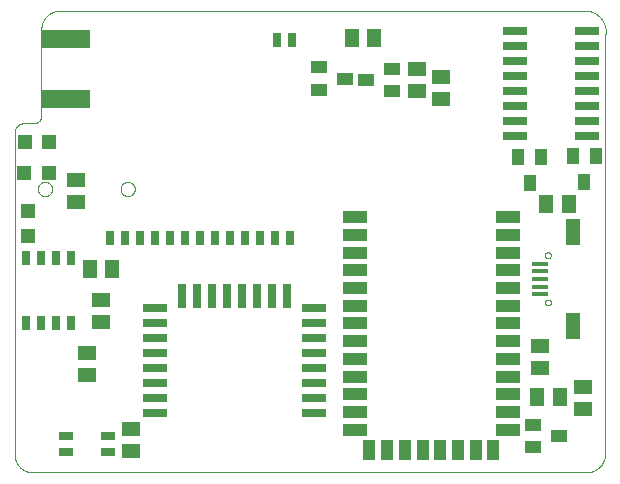
<source format=gbp>
G75*
%MOIN*%
%OFA0B0*%
%FSLAX25Y25*%
%IPPOS*%
%LPD*%
%AMOC8*
5,1,8,0,0,1.08239X$1,22.5*
%
%ADD10C,0.00000*%
%ADD11R,0.04724X0.02756*%
%ADD12R,0.16000X0.06000*%
%ADD13R,0.08000X0.02600*%
%ADD14R,0.05906X0.05118*%
%ADD15R,0.03937X0.05512*%
%ADD16R,0.05118X0.05906*%
%ADD17R,0.02500X0.05000*%
%ADD18R,0.05512X0.01575*%
%ADD19R,0.05000X0.08661*%
%ADD20R,0.07874X0.03937*%
%ADD21R,0.03937X0.07087*%
%ADD22R,0.04724X0.04724*%
%ADD23R,0.08000X0.03000*%
%ADD24R,0.03000X0.08000*%
%ADD25R,0.05512X0.03937*%
%ADD26R,0.02756X0.05118*%
D10*
X0010738Y0006895D02*
X0010738Y0114484D01*
X0010740Y0114588D01*
X0010746Y0114692D01*
X0010755Y0114796D01*
X0010768Y0114900D01*
X0010785Y0115002D01*
X0010806Y0115105D01*
X0010831Y0115206D01*
X0010859Y0115306D01*
X0010891Y0115406D01*
X0010926Y0115504D01*
X0010965Y0115600D01*
X0011008Y0115695D01*
X0011054Y0115789D01*
X0011103Y0115881D01*
X0011156Y0115971D01*
X0011212Y0116059D01*
X0011271Y0116145D01*
X0011333Y0116228D01*
X0011398Y0116310D01*
X0011466Y0116389D01*
X0011537Y0116465D01*
X0011611Y0116539D01*
X0011687Y0116610D01*
X0011766Y0116678D01*
X0011848Y0116743D01*
X0011931Y0116805D01*
X0012017Y0116864D01*
X0012105Y0116920D01*
X0012195Y0116973D01*
X0012287Y0117022D01*
X0012381Y0117068D01*
X0012476Y0117111D01*
X0012572Y0117150D01*
X0012670Y0117185D01*
X0012770Y0117217D01*
X0012870Y0117245D01*
X0012971Y0117270D01*
X0013074Y0117291D01*
X0013176Y0117308D01*
X0013280Y0117321D01*
X0013384Y0117330D01*
X0013488Y0117336D01*
X0013592Y0117338D01*
X0013592Y0117339D02*
X0016942Y0117339D01*
X0017044Y0117341D01*
X0017145Y0117347D01*
X0017246Y0117357D01*
X0017347Y0117370D01*
X0017447Y0117388D01*
X0017547Y0117409D01*
X0017645Y0117434D01*
X0017743Y0117463D01*
X0017839Y0117495D01*
X0017934Y0117531D01*
X0018028Y0117571D01*
X0018120Y0117615D01*
X0018210Y0117661D01*
X0018298Y0117712D01*
X0018385Y0117765D01*
X0018469Y0117822D01*
X0018551Y0117882D01*
X0018631Y0117945D01*
X0018708Y0118012D01*
X0018782Y0118081D01*
X0018854Y0118153D01*
X0018923Y0118227D01*
X0018990Y0118304D01*
X0019053Y0118384D01*
X0019113Y0118466D01*
X0019170Y0118550D01*
X0019223Y0118637D01*
X0019274Y0118725D01*
X0019320Y0118815D01*
X0019364Y0118907D01*
X0019404Y0119001D01*
X0019440Y0119096D01*
X0019472Y0119192D01*
X0019501Y0119290D01*
X0019526Y0119388D01*
X0019547Y0119488D01*
X0019565Y0119588D01*
X0019578Y0119689D01*
X0019588Y0119790D01*
X0019594Y0119891D01*
X0019596Y0119993D01*
X0019596Y0148826D01*
X0019597Y0148826D02*
X0019599Y0148979D01*
X0019605Y0149132D01*
X0019614Y0149284D01*
X0019628Y0149436D01*
X0019645Y0149588D01*
X0019667Y0149739D01*
X0019692Y0149890D01*
X0019720Y0150040D01*
X0019753Y0150190D01*
X0019790Y0150338D01*
X0019830Y0150485D01*
X0019874Y0150632D01*
X0019921Y0150777D01*
X0019972Y0150921D01*
X0020027Y0151064D01*
X0020086Y0151205D01*
X0020148Y0151344D01*
X0020213Y0151482D01*
X0020282Y0151619D01*
X0020355Y0151753D01*
X0020431Y0151886D01*
X0020510Y0152017D01*
X0020592Y0152145D01*
X0020678Y0152272D01*
X0020767Y0152396D01*
X0020859Y0152518D01*
X0020954Y0152638D01*
X0021052Y0152755D01*
X0021153Y0152870D01*
X0021257Y0152982D01*
X0021364Y0153091D01*
X0021473Y0153198D01*
X0021585Y0153302D01*
X0021700Y0153403D01*
X0021817Y0153501D01*
X0021937Y0153596D01*
X0022059Y0153688D01*
X0022183Y0153777D01*
X0022310Y0153863D01*
X0022438Y0153945D01*
X0022569Y0154024D01*
X0022702Y0154100D01*
X0022836Y0154173D01*
X0022973Y0154242D01*
X0023111Y0154307D01*
X0023250Y0154369D01*
X0023391Y0154428D01*
X0023534Y0154483D01*
X0023678Y0154534D01*
X0023823Y0154581D01*
X0023970Y0154625D01*
X0024117Y0154665D01*
X0024265Y0154702D01*
X0024415Y0154735D01*
X0024565Y0154763D01*
X0024716Y0154788D01*
X0024867Y0154810D01*
X0025019Y0154827D01*
X0025171Y0154841D01*
X0025323Y0154850D01*
X0025476Y0154856D01*
X0025629Y0154858D01*
X0201964Y0154858D01*
X0201964Y0154859D02*
X0202131Y0154826D01*
X0202296Y0154789D01*
X0202461Y0154748D01*
X0202625Y0154703D01*
X0202787Y0154654D01*
X0202949Y0154601D01*
X0203109Y0154545D01*
X0203267Y0154484D01*
X0203424Y0154420D01*
X0203580Y0154351D01*
X0203734Y0154280D01*
X0203886Y0154204D01*
X0204036Y0154125D01*
X0204184Y0154042D01*
X0204330Y0153955D01*
X0204474Y0153866D01*
X0204616Y0153772D01*
X0204755Y0153675D01*
X0204893Y0153575D01*
X0205027Y0153472D01*
X0205159Y0153365D01*
X0205289Y0153256D01*
X0205416Y0153143D01*
X0205540Y0153027D01*
X0205661Y0152908D01*
X0205779Y0152786D01*
X0205895Y0152662D01*
X0206007Y0152534D01*
X0206116Y0152404D01*
X0206222Y0152272D01*
X0206325Y0152137D01*
X0206424Y0151999D01*
X0206520Y0151859D01*
X0206613Y0151717D01*
X0206702Y0151572D01*
X0206788Y0151426D01*
X0206870Y0151277D01*
X0206949Y0151127D01*
X0207024Y0150974D01*
X0207095Y0150820D01*
X0207162Y0150665D01*
X0207226Y0150507D01*
X0207286Y0150348D01*
X0207342Y0150188D01*
X0207394Y0150026D01*
X0207442Y0149864D01*
X0207486Y0149700D01*
X0207526Y0149535D01*
X0207563Y0149369D01*
X0207595Y0149202D01*
X0207623Y0149035D01*
X0207647Y0148867D01*
X0207667Y0148698D01*
X0207683Y0148529D01*
X0207695Y0148360D01*
X0207703Y0148190D01*
X0207707Y0148021D01*
X0207706Y0147851D01*
X0207702Y0147681D01*
X0207693Y0147512D01*
X0207680Y0147342D01*
X0207664Y0147173D01*
X0207643Y0147005D01*
X0207618Y0146837D01*
X0207589Y0146670D01*
X0207589Y0146669D02*
X0207589Y0007487D01*
X0207587Y0007328D01*
X0207581Y0007169D01*
X0207571Y0007010D01*
X0207558Y0006851D01*
X0207540Y0006693D01*
X0207519Y0006535D01*
X0207493Y0006378D01*
X0207464Y0006221D01*
X0207431Y0006066D01*
X0207395Y0005911D01*
X0207354Y0005757D01*
X0207310Y0005604D01*
X0207262Y0005452D01*
X0207210Y0005302D01*
X0207154Y0005152D01*
X0207095Y0005005D01*
X0207032Y0004858D01*
X0206966Y0004713D01*
X0206896Y0004570D01*
X0206823Y0004429D01*
X0206746Y0004290D01*
X0206666Y0004152D01*
X0206583Y0004016D01*
X0206496Y0003883D01*
X0206406Y0003752D01*
X0206312Y0003623D01*
X0206216Y0003496D01*
X0206117Y0003372D01*
X0206014Y0003250D01*
X0205909Y0003131D01*
X0205800Y0003014D01*
X0205689Y0002900D01*
X0205575Y0002789D01*
X0205458Y0002680D01*
X0205339Y0002575D01*
X0205217Y0002472D01*
X0205093Y0002373D01*
X0204966Y0002277D01*
X0204837Y0002183D01*
X0204706Y0002093D01*
X0204573Y0002006D01*
X0204437Y0001923D01*
X0204299Y0001843D01*
X0204160Y0001766D01*
X0204019Y0001693D01*
X0203876Y0001623D01*
X0203731Y0001557D01*
X0203584Y0001494D01*
X0203437Y0001435D01*
X0203287Y0001379D01*
X0203137Y0001327D01*
X0202985Y0001279D01*
X0202832Y0001235D01*
X0202678Y0001194D01*
X0202523Y0001158D01*
X0202368Y0001125D01*
X0202211Y0001096D01*
X0202054Y0001070D01*
X0201896Y0001049D01*
X0201738Y0001031D01*
X0201579Y0001018D01*
X0201420Y0001008D01*
X0201261Y0001002D01*
X0201102Y0001000D01*
X0016644Y0001000D01*
X0016643Y0001000D02*
X0016492Y0001002D01*
X0016340Y0001008D01*
X0016188Y0001017D01*
X0016037Y0001031D01*
X0015886Y0001048D01*
X0015735Y0001069D01*
X0015586Y0001095D01*
X0015436Y0001124D01*
X0015288Y0001156D01*
X0015141Y0001193D01*
X0014994Y0001234D01*
X0014849Y0001278D01*
X0014705Y0001326D01*
X0014562Y0001377D01*
X0014420Y0001433D01*
X0014280Y0001492D01*
X0014142Y0001554D01*
X0014005Y0001620D01*
X0013870Y0001690D01*
X0013737Y0001763D01*
X0013605Y0001839D01*
X0013476Y0001919D01*
X0013349Y0002002D01*
X0013224Y0002088D01*
X0013101Y0002178D01*
X0012981Y0002270D01*
X0012863Y0002366D01*
X0012747Y0002465D01*
X0012634Y0002566D01*
X0012524Y0002671D01*
X0012417Y0002778D01*
X0012312Y0002888D01*
X0012210Y0003001D01*
X0012111Y0003116D01*
X0012015Y0003234D01*
X0011922Y0003354D01*
X0011832Y0003477D01*
X0011746Y0003602D01*
X0011663Y0003729D01*
X0011583Y0003858D01*
X0011506Y0003989D01*
X0011433Y0004122D01*
X0011363Y0004257D01*
X0011297Y0004394D01*
X0011234Y0004532D01*
X0011175Y0004672D01*
X0011119Y0004814D01*
X0011067Y0004956D01*
X0011019Y0005101D01*
X0010975Y0005246D01*
X0010934Y0005392D01*
X0010897Y0005540D01*
X0010864Y0005688D01*
X0010835Y0005837D01*
X0010809Y0005987D01*
X0010788Y0006137D01*
X0010770Y0006288D01*
X0010756Y0006439D01*
X0010746Y0006591D01*
X0010740Y0006743D01*
X0010738Y0006895D01*
X0018455Y0095488D02*
X0018457Y0095585D01*
X0018463Y0095682D01*
X0018473Y0095778D01*
X0018487Y0095874D01*
X0018505Y0095970D01*
X0018526Y0096064D01*
X0018552Y0096158D01*
X0018581Y0096250D01*
X0018615Y0096341D01*
X0018651Y0096431D01*
X0018692Y0096519D01*
X0018736Y0096605D01*
X0018784Y0096690D01*
X0018835Y0096772D01*
X0018889Y0096853D01*
X0018947Y0096931D01*
X0019008Y0097006D01*
X0019071Y0097079D01*
X0019138Y0097150D01*
X0019208Y0097217D01*
X0019280Y0097282D01*
X0019355Y0097343D01*
X0019433Y0097402D01*
X0019512Y0097457D01*
X0019594Y0097509D01*
X0019678Y0097557D01*
X0019764Y0097602D01*
X0019852Y0097644D01*
X0019941Y0097682D01*
X0020032Y0097716D01*
X0020124Y0097746D01*
X0020217Y0097773D01*
X0020312Y0097795D01*
X0020407Y0097814D01*
X0020503Y0097829D01*
X0020599Y0097840D01*
X0020696Y0097847D01*
X0020793Y0097850D01*
X0020890Y0097849D01*
X0020987Y0097844D01*
X0021083Y0097835D01*
X0021179Y0097822D01*
X0021275Y0097805D01*
X0021370Y0097784D01*
X0021463Y0097760D01*
X0021556Y0097731D01*
X0021648Y0097699D01*
X0021738Y0097663D01*
X0021826Y0097624D01*
X0021913Y0097580D01*
X0021998Y0097534D01*
X0022081Y0097483D01*
X0022162Y0097430D01*
X0022240Y0097373D01*
X0022317Y0097313D01*
X0022390Y0097250D01*
X0022461Y0097184D01*
X0022529Y0097115D01*
X0022595Y0097043D01*
X0022657Y0096969D01*
X0022716Y0096892D01*
X0022772Y0096813D01*
X0022825Y0096731D01*
X0022875Y0096648D01*
X0022920Y0096562D01*
X0022963Y0096475D01*
X0023002Y0096386D01*
X0023037Y0096296D01*
X0023068Y0096204D01*
X0023095Y0096111D01*
X0023119Y0096017D01*
X0023139Y0095922D01*
X0023155Y0095826D01*
X0023167Y0095730D01*
X0023175Y0095633D01*
X0023179Y0095536D01*
X0023179Y0095440D01*
X0023175Y0095343D01*
X0023167Y0095246D01*
X0023155Y0095150D01*
X0023139Y0095054D01*
X0023119Y0094959D01*
X0023095Y0094865D01*
X0023068Y0094772D01*
X0023037Y0094680D01*
X0023002Y0094590D01*
X0022963Y0094501D01*
X0022920Y0094414D01*
X0022875Y0094328D01*
X0022825Y0094245D01*
X0022772Y0094163D01*
X0022716Y0094084D01*
X0022657Y0094007D01*
X0022595Y0093933D01*
X0022529Y0093861D01*
X0022461Y0093792D01*
X0022390Y0093726D01*
X0022317Y0093663D01*
X0022240Y0093603D01*
X0022162Y0093546D01*
X0022081Y0093493D01*
X0021998Y0093442D01*
X0021913Y0093396D01*
X0021826Y0093352D01*
X0021738Y0093313D01*
X0021648Y0093277D01*
X0021556Y0093245D01*
X0021463Y0093216D01*
X0021370Y0093192D01*
X0021275Y0093171D01*
X0021179Y0093154D01*
X0021083Y0093141D01*
X0020987Y0093132D01*
X0020890Y0093127D01*
X0020793Y0093126D01*
X0020696Y0093129D01*
X0020599Y0093136D01*
X0020503Y0093147D01*
X0020407Y0093162D01*
X0020312Y0093181D01*
X0020217Y0093203D01*
X0020124Y0093230D01*
X0020032Y0093260D01*
X0019941Y0093294D01*
X0019852Y0093332D01*
X0019764Y0093374D01*
X0019678Y0093419D01*
X0019594Y0093467D01*
X0019512Y0093519D01*
X0019433Y0093574D01*
X0019355Y0093633D01*
X0019280Y0093694D01*
X0019208Y0093759D01*
X0019138Y0093826D01*
X0019071Y0093897D01*
X0019008Y0093970D01*
X0018947Y0094045D01*
X0018889Y0094123D01*
X0018835Y0094204D01*
X0018784Y0094286D01*
X0018736Y0094371D01*
X0018692Y0094457D01*
X0018651Y0094545D01*
X0018615Y0094635D01*
X0018581Y0094726D01*
X0018552Y0094818D01*
X0018526Y0094912D01*
X0018505Y0095006D01*
X0018487Y0095102D01*
X0018473Y0095198D01*
X0018463Y0095294D01*
X0018457Y0095391D01*
X0018455Y0095488D01*
X0046014Y0095488D02*
X0046016Y0095585D01*
X0046022Y0095682D01*
X0046032Y0095778D01*
X0046046Y0095874D01*
X0046064Y0095970D01*
X0046085Y0096064D01*
X0046111Y0096158D01*
X0046140Y0096250D01*
X0046174Y0096341D01*
X0046210Y0096431D01*
X0046251Y0096519D01*
X0046295Y0096605D01*
X0046343Y0096690D01*
X0046394Y0096772D01*
X0046448Y0096853D01*
X0046506Y0096931D01*
X0046567Y0097006D01*
X0046630Y0097079D01*
X0046697Y0097150D01*
X0046767Y0097217D01*
X0046839Y0097282D01*
X0046914Y0097343D01*
X0046992Y0097402D01*
X0047071Y0097457D01*
X0047153Y0097509D01*
X0047237Y0097557D01*
X0047323Y0097602D01*
X0047411Y0097644D01*
X0047500Y0097682D01*
X0047591Y0097716D01*
X0047683Y0097746D01*
X0047776Y0097773D01*
X0047871Y0097795D01*
X0047966Y0097814D01*
X0048062Y0097829D01*
X0048158Y0097840D01*
X0048255Y0097847D01*
X0048352Y0097850D01*
X0048449Y0097849D01*
X0048546Y0097844D01*
X0048642Y0097835D01*
X0048738Y0097822D01*
X0048834Y0097805D01*
X0048929Y0097784D01*
X0049022Y0097760D01*
X0049115Y0097731D01*
X0049207Y0097699D01*
X0049297Y0097663D01*
X0049385Y0097624D01*
X0049472Y0097580D01*
X0049557Y0097534D01*
X0049640Y0097483D01*
X0049721Y0097430D01*
X0049799Y0097373D01*
X0049876Y0097313D01*
X0049949Y0097250D01*
X0050020Y0097184D01*
X0050088Y0097115D01*
X0050154Y0097043D01*
X0050216Y0096969D01*
X0050275Y0096892D01*
X0050331Y0096813D01*
X0050384Y0096731D01*
X0050434Y0096648D01*
X0050479Y0096562D01*
X0050522Y0096475D01*
X0050561Y0096386D01*
X0050596Y0096296D01*
X0050627Y0096204D01*
X0050654Y0096111D01*
X0050678Y0096017D01*
X0050698Y0095922D01*
X0050714Y0095826D01*
X0050726Y0095730D01*
X0050734Y0095633D01*
X0050738Y0095536D01*
X0050738Y0095440D01*
X0050734Y0095343D01*
X0050726Y0095246D01*
X0050714Y0095150D01*
X0050698Y0095054D01*
X0050678Y0094959D01*
X0050654Y0094865D01*
X0050627Y0094772D01*
X0050596Y0094680D01*
X0050561Y0094590D01*
X0050522Y0094501D01*
X0050479Y0094414D01*
X0050434Y0094328D01*
X0050384Y0094245D01*
X0050331Y0094163D01*
X0050275Y0094084D01*
X0050216Y0094007D01*
X0050154Y0093933D01*
X0050088Y0093861D01*
X0050020Y0093792D01*
X0049949Y0093726D01*
X0049876Y0093663D01*
X0049799Y0093603D01*
X0049721Y0093546D01*
X0049640Y0093493D01*
X0049557Y0093442D01*
X0049472Y0093396D01*
X0049385Y0093352D01*
X0049297Y0093313D01*
X0049207Y0093277D01*
X0049115Y0093245D01*
X0049022Y0093216D01*
X0048929Y0093192D01*
X0048834Y0093171D01*
X0048738Y0093154D01*
X0048642Y0093141D01*
X0048546Y0093132D01*
X0048449Y0093127D01*
X0048352Y0093126D01*
X0048255Y0093129D01*
X0048158Y0093136D01*
X0048062Y0093147D01*
X0047966Y0093162D01*
X0047871Y0093181D01*
X0047776Y0093203D01*
X0047683Y0093230D01*
X0047591Y0093260D01*
X0047500Y0093294D01*
X0047411Y0093332D01*
X0047323Y0093374D01*
X0047237Y0093419D01*
X0047153Y0093467D01*
X0047071Y0093519D01*
X0046992Y0093574D01*
X0046914Y0093633D01*
X0046839Y0093694D01*
X0046767Y0093759D01*
X0046697Y0093826D01*
X0046630Y0093897D01*
X0046567Y0093970D01*
X0046506Y0094045D01*
X0046448Y0094123D01*
X0046394Y0094204D01*
X0046343Y0094286D01*
X0046295Y0094371D01*
X0046251Y0094457D01*
X0046210Y0094545D01*
X0046174Y0094635D01*
X0046140Y0094726D01*
X0046111Y0094818D01*
X0046085Y0094912D01*
X0046064Y0095006D01*
X0046046Y0095102D01*
X0046032Y0095198D01*
X0046022Y0095294D01*
X0046016Y0095391D01*
X0046014Y0095488D01*
X0187431Y0073402D02*
X0187433Y0073464D01*
X0187439Y0073527D01*
X0187449Y0073588D01*
X0187463Y0073649D01*
X0187480Y0073709D01*
X0187501Y0073768D01*
X0187527Y0073825D01*
X0187555Y0073880D01*
X0187587Y0073934D01*
X0187623Y0073985D01*
X0187661Y0074035D01*
X0187703Y0074081D01*
X0187747Y0074125D01*
X0187795Y0074166D01*
X0187844Y0074204D01*
X0187896Y0074238D01*
X0187950Y0074269D01*
X0188006Y0074297D01*
X0188064Y0074321D01*
X0188123Y0074342D01*
X0188183Y0074358D01*
X0188244Y0074371D01*
X0188306Y0074380D01*
X0188368Y0074385D01*
X0188431Y0074386D01*
X0188493Y0074383D01*
X0188555Y0074376D01*
X0188617Y0074365D01*
X0188677Y0074350D01*
X0188737Y0074332D01*
X0188795Y0074310D01*
X0188852Y0074284D01*
X0188907Y0074254D01*
X0188960Y0074221D01*
X0189011Y0074185D01*
X0189059Y0074146D01*
X0189105Y0074103D01*
X0189148Y0074058D01*
X0189188Y0074010D01*
X0189225Y0073960D01*
X0189259Y0073907D01*
X0189290Y0073853D01*
X0189316Y0073797D01*
X0189340Y0073739D01*
X0189359Y0073679D01*
X0189375Y0073619D01*
X0189387Y0073557D01*
X0189395Y0073496D01*
X0189399Y0073433D01*
X0189399Y0073371D01*
X0189395Y0073308D01*
X0189387Y0073247D01*
X0189375Y0073185D01*
X0189359Y0073125D01*
X0189340Y0073065D01*
X0189316Y0073007D01*
X0189290Y0072951D01*
X0189259Y0072897D01*
X0189225Y0072844D01*
X0189188Y0072794D01*
X0189148Y0072746D01*
X0189105Y0072701D01*
X0189059Y0072658D01*
X0189011Y0072619D01*
X0188960Y0072583D01*
X0188907Y0072550D01*
X0188852Y0072520D01*
X0188795Y0072494D01*
X0188737Y0072472D01*
X0188677Y0072454D01*
X0188617Y0072439D01*
X0188555Y0072428D01*
X0188493Y0072421D01*
X0188431Y0072418D01*
X0188368Y0072419D01*
X0188306Y0072424D01*
X0188244Y0072433D01*
X0188183Y0072446D01*
X0188123Y0072462D01*
X0188064Y0072483D01*
X0188006Y0072507D01*
X0187950Y0072535D01*
X0187896Y0072566D01*
X0187844Y0072600D01*
X0187795Y0072638D01*
X0187747Y0072679D01*
X0187703Y0072723D01*
X0187661Y0072769D01*
X0187623Y0072819D01*
X0187587Y0072870D01*
X0187555Y0072924D01*
X0187527Y0072979D01*
X0187501Y0073036D01*
X0187480Y0073095D01*
X0187463Y0073155D01*
X0187449Y0073216D01*
X0187439Y0073277D01*
X0187433Y0073340D01*
X0187431Y0073402D01*
X0187431Y0057654D02*
X0187433Y0057716D01*
X0187439Y0057779D01*
X0187449Y0057840D01*
X0187463Y0057901D01*
X0187480Y0057961D01*
X0187501Y0058020D01*
X0187527Y0058077D01*
X0187555Y0058132D01*
X0187587Y0058186D01*
X0187623Y0058237D01*
X0187661Y0058287D01*
X0187703Y0058333D01*
X0187747Y0058377D01*
X0187795Y0058418D01*
X0187844Y0058456D01*
X0187896Y0058490D01*
X0187950Y0058521D01*
X0188006Y0058549D01*
X0188064Y0058573D01*
X0188123Y0058594D01*
X0188183Y0058610D01*
X0188244Y0058623D01*
X0188306Y0058632D01*
X0188368Y0058637D01*
X0188431Y0058638D01*
X0188493Y0058635D01*
X0188555Y0058628D01*
X0188617Y0058617D01*
X0188677Y0058602D01*
X0188737Y0058584D01*
X0188795Y0058562D01*
X0188852Y0058536D01*
X0188907Y0058506D01*
X0188960Y0058473D01*
X0189011Y0058437D01*
X0189059Y0058398D01*
X0189105Y0058355D01*
X0189148Y0058310D01*
X0189188Y0058262D01*
X0189225Y0058212D01*
X0189259Y0058159D01*
X0189290Y0058105D01*
X0189316Y0058049D01*
X0189340Y0057991D01*
X0189359Y0057931D01*
X0189375Y0057871D01*
X0189387Y0057809D01*
X0189395Y0057748D01*
X0189399Y0057685D01*
X0189399Y0057623D01*
X0189395Y0057560D01*
X0189387Y0057499D01*
X0189375Y0057437D01*
X0189359Y0057377D01*
X0189340Y0057317D01*
X0189316Y0057259D01*
X0189290Y0057203D01*
X0189259Y0057149D01*
X0189225Y0057096D01*
X0189188Y0057046D01*
X0189148Y0056998D01*
X0189105Y0056953D01*
X0189059Y0056910D01*
X0189011Y0056871D01*
X0188960Y0056835D01*
X0188907Y0056802D01*
X0188852Y0056772D01*
X0188795Y0056746D01*
X0188737Y0056724D01*
X0188677Y0056706D01*
X0188617Y0056691D01*
X0188555Y0056680D01*
X0188493Y0056673D01*
X0188431Y0056670D01*
X0188368Y0056671D01*
X0188306Y0056676D01*
X0188244Y0056685D01*
X0188183Y0056698D01*
X0188123Y0056714D01*
X0188064Y0056735D01*
X0188006Y0056759D01*
X0187950Y0056787D01*
X0187896Y0056818D01*
X0187844Y0056852D01*
X0187795Y0056890D01*
X0187747Y0056931D01*
X0187703Y0056975D01*
X0187661Y0057021D01*
X0187623Y0057071D01*
X0187587Y0057122D01*
X0187555Y0057176D01*
X0187527Y0057231D01*
X0187501Y0057288D01*
X0187480Y0057347D01*
X0187463Y0057407D01*
X0187449Y0057468D01*
X0187439Y0057529D01*
X0187433Y0057592D01*
X0187431Y0057654D01*
D11*
X0041919Y0013283D03*
X0041919Y0007772D03*
X0027746Y0007772D03*
X0027746Y0013283D03*
D12*
X0027864Y0125409D03*
X0027864Y0145409D03*
D13*
X0177418Y0143067D03*
X0177418Y0138067D03*
X0177418Y0133067D03*
X0177418Y0128067D03*
X0177418Y0123067D03*
X0177418Y0118067D03*
X0177418Y0113067D03*
X0201618Y0113067D03*
X0201618Y0118067D03*
X0201618Y0123067D03*
X0201618Y0128067D03*
X0201618Y0133067D03*
X0201618Y0138067D03*
X0201618Y0143067D03*
X0201618Y0148067D03*
X0177418Y0148067D03*
D14*
X0152864Y0132890D03*
X0144833Y0135488D03*
X0144833Y0128008D03*
X0152864Y0125409D03*
X0039636Y0058638D03*
X0039636Y0051157D03*
X0034872Y0040921D03*
X0034872Y0033441D03*
X0049478Y0015567D03*
X0049478Y0008087D03*
X0031053Y0091000D03*
X0031053Y0098480D03*
X0185659Y0043283D03*
X0185659Y0035803D03*
X0199990Y0029543D03*
X0199990Y0022063D03*
D15*
X0200581Y0097693D03*
X0204321Y0106354D03*
X0196841Y0106354D03*
X0186053Y0106236D03*
X0178573Y0106236D03*
X0182313Y0097575D03*
D16*
X0187864Y0090488D03*
X0195344Y0090488D03*
X0130581Y0145843D03*
X0123100Y0145843D03*
X0043219Y0068717D03*
X0035738Y0068717D03*
X0184951Y0026079D03*
X0192431Y0026079D03*
D17*
X0102589Y0079150D03*
X0097589Y0079150D03*
X0092589Y0079150D03*
X0087589Y0079150D03*
X0082589Y0079150D03*
X0077589Y0079150D03*
X0072589Y0079150D03*
X0067589Y0079150D03*
X0062589Y0079150D03*
X0057589Y0079150D03*
X0052589Y0079150D03*
X0047589Y0079150D03*
X0042589Y0079150D03*
X0098140Y0145150D03*
X0103140Y0145150D03*
D18*
X0185659Y0070646D03*
X0185659Y0068087D03*
X0185659Y0065528D03*
X0185659Y0062969D03*
X0185659Y0060409D03*
D19*
X0196880Y0049780D03*
X0196880Y0081276D03*
D20*
X0175226Y0080213D03*
X0175226Y0086118D03*
X0175226Y0074307D03*
X0175226Y0068402D03*
X0175226Y0062496D03*
X0175226Y0056591D03*
X0175226Y0050685D03*
X0175226Y0044780D03*
X0175226Y0038874D03*
X0175226Y0032969D03*
X0175226Y0027063D03*
X0175226Y0021157D03*
X0175226Y0015252D03*
X0124045Y0015252D03*
X0124045Y0021157D03*
X0124045Y0027063D03*
X0124045Y0032969D03*
X0124045Y0038874D03*
X0124045Y0044780D03*
X0124045Y0050685D03*
X0124045Y0056591D03*
X0124045Y0062496D03*
X0124045Y0068402D03*
X0124045Y0074307D03*
X0124045Y0080213D03*
X0124045Y0086118D03*
D21*
X0128967Y0008362D03*
X0134872Y0008362D03*
X0140778Y0008362D03*
X0146683Y0008362D03*
X0152589Y0008362D03*
X0158494Y0008362D03*
X0164400Y0008362D03*
X0170305Y0008362D03*
D22*
X0022037Y0100961D03*
X0013770Y0100961D03*
X0014006Y0111000D03*
X0022274Y0111000D03*
X0015148Y0088165D03*
X0015148Y0079898D03*
D23*
X0057510Y0055961D03*
X0057510Y0050961D03*
X0057510Y0045961D03*
X0057510Y0040961D03*
X0057510Y0035961D03*
X0057510Y0030961D03*
X0057510Y0025961D03*
X0057510Y0020961D03*
X0110510Y0020961D03*
X0110510Y0025961D03*
X0110510Y0030961D03*
X0110510Y0035961D03*
X0110510Y0040961D03*
X0110510Y0045961D03*
X0110510Y0050961D03*
X0110510Y0055961D03*
D24*
X0101510Y0059961D03*
X0096510Y0059961D03*
X0091510Y0059961D03*
X0086510Y0059961D03*
X0081510Y0059961D03*
X0076510Y0059961D03*
X0071510Y0059961D03*
X0066510Y0059961D03*
D25*
X0112077Y0128559D03*
X0120738Y0132299D03*
X0127904Y0131787D03*
X0136565Y0128047D03*
X0136565Y0135528D03*
X0112077Y0136039D03*
X0183612Y0016945D03*
X0183612Y0009465D03*
X0192274Y0013205D03*
D26*
X0029459Y0050843D03*
X0024459Y0050843D03*
X0019459Y0050843D03*
X0014459Y0050843D03*
X0014459Y0072496D03*
X0019459Y0072496D03*
X0024459Y0072496D03*
X0029459Y0072496D03*
M02*

</source>
